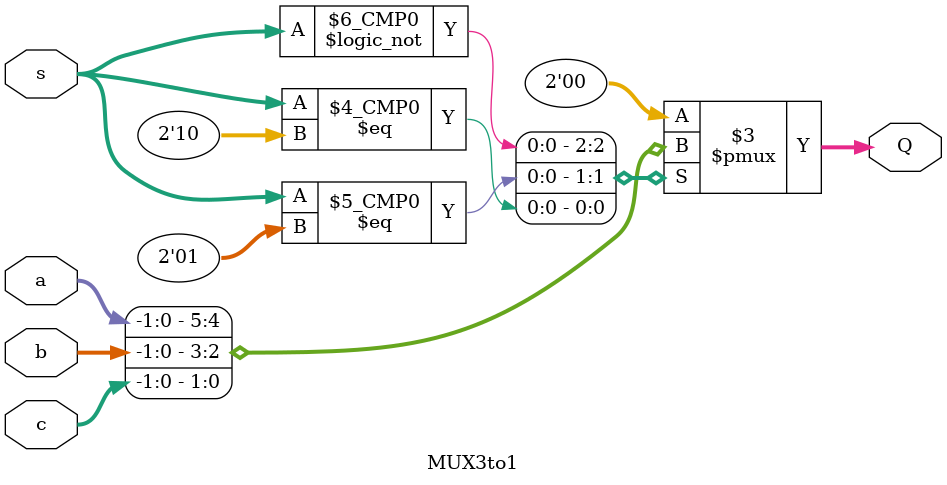
<source format=v>
module MUX3to1 #(parameter size = 0)(a, b, c, s, Q);
	input [size - 1:0] a, b, c;
    input [1:0] s;
    output reg [size - 1 : 0] Q;
    always@(s, a, b, c)begin
        Q = 0;
        case(s)
            2'd0: Q = a;
            2'd1: Q = b;
            2'd2: Q = c;
        endcase
    end

endmodule

</source>
